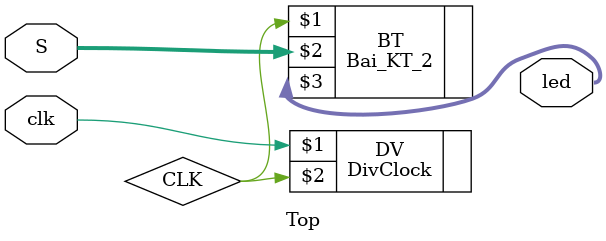
<source format=v>
`timescale 1ns / 1ps
module Top(
   input clk,
	input [1:0]S,
	output [7:0] led);
wire CLK;
DivClock DV(clk,CLK);
Bai_KT_2 BT (CLK,S,led);
endmodule

</source>
